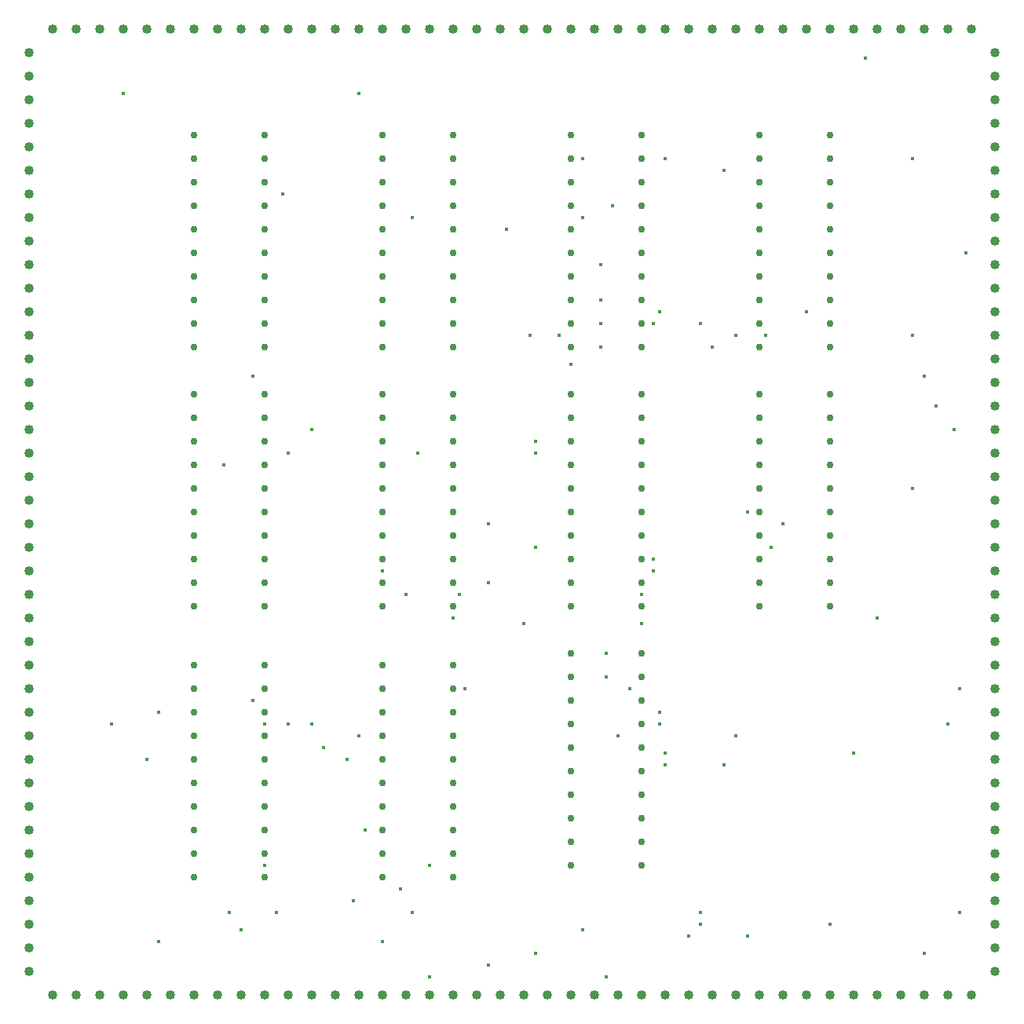
<source format=gbr>
G04 PROTEUS GERBER X2 FILE*
%TF.GenerationSoftware,Labcenter,Proteus,8.13-SP0-Build31525*%
%TF.CreationDate,2022-07-18T16:40:46+00:00*%
%TF.FileFunction,Plated,1,2,PTH*%
%TF.FilePolarity,Positive*%
%TF.Part,Single*%
%TF.SameCoordinates,{e24a2c9c-2edf-4d0d-b778-41e989ec9892}*%
%FSLAX45Y45*%
%MOMM*%
G01*
%TA.AperFunction,ViaDrill*%
%ADD28C,0.381000*%
%TA.AperFunction,ComponentDrill*%
%ADD29C,1.016000*%
%TA.AperFunction,ComponentDrill*%
%ADD72C,0.762000*%
%TD.AperFunction*%
D28*
X-1651000Y-2667000D03*
X-2667000Y-2540000D03*
X-1778000Y-2921000D03*
X-889000Y-4064000D03*
X-2667000Y-4064000D03*
X-2413000Y+381000D03*
X-3111500Y+254000D03*
X-2413000Y-2540000D03*
X-2159000Y+635000D03*
X-2159000Y-2540000D03*
X-2032000Y-2794000D03*
X-3048000Y-4572000D03*
X-1714500Y-4445000D03*
X-1397000Y-4889500D03*
X-3810000Y-4889500D03*
X-1587500Y-3683000D03*
X-1143000Y-1143000D03*
X-1206500Y-4318000D03*
X-3810000Y-2413000D03*
X-4318000Y-2540000D03*
X-3937000Y-2921000D03*
X+762000Y-4762500D03*
X-2921000Y-4762500D03*
X-2794000Y-2286000D03*
X+1016000Y-5270500D03*
X-889000Y-5270500D03*
X+1651000Y+3556000D03*
X+762000Y+3556000D03*
X+190500Y+1651000D03*
X+508000Y+1651000D03*
X-1016000Y+381000D03*
X+254000Y+381000D03*
X+254000Y+508000D03*
X+2540000Y-254000D03*
X-63500Y+2794000D03*
X+127000Y-1460500D03*
X+2794000Y-635000D03*
X+952500Y+2413000D03*
X+952500Y+2032000D03*
X+952500Y+1778000D03*
X+3175000Y+1905000D03*
X+952500Y+1524000D03*
X+3810000Y+4635500D03*
X+4318000Y+0D03*
X+4572000Y+889000D03*
X+1143000Y-2667000D03*
X+2413000Y-2667000D03*
X+1651000Y-2857500D03*
X+3683000Y-2857500D03*
X+3937000Y-1397000D03*
X+1524000Y-762000D03*
X+1524000Y-889000D03*
X-1397000Y-889000D03*
X-254000Y-1016000D03*
X-254000Y-5143500D03*
X-254000Y-381000D03*
X+254000Y-635000D03*
X+254000Y-5016500D03*
X+4445000Y-5016500D03*
X+1587500Y-2540000D03*
X+4699000Y-2540000D03*
X-571500Y-1143000D03*
X+1397000Y-1143000D03*
X-508000Y-2159000D03*
X+1587500Y-2413000D03*
X-635000Y-1397000D03*
X+762000Y+2921000D03*
X-1079500Y+2921000D03*
X+1079500Y+3048000D03*
X+1651000Y-2984500D03*
X+2286000Y-2984500D03*
X+1905000Y-4826000D03*
X+2540000Y-4826000D03*
X+1587500Y+1905000D03*
X+2032000Y+1778000D03*
X+1524000Y+1778000D03*
X-2476500Y+3175000D03*
X+2159000Y+1524000D03*
X+2921000Y-381000D03*
X+3429000Y-4699000D03*
X+2032000Y-4699000D03*
X-1079500Y-4572000D03*
X+2032000Y-4572000D03*
X+1397000Y-1460500D03*
X+2413000Y+1651000D03*
X-1651000Y+4254500D03*
X-4191000Y+4254500D03*
X+1016000Y-2032000D03*
X+1016000Y-1778000D03*
X+4318000Y+1651000D03*
X+4318000Y+3556000D03*
X+4889500Y+2540000D03*
X+2730500Y+1651000D03*
X+2286000Y+3429000D03*
X+4445000Y+1206500D03*
X-2794000Y+1206500D03*
X+4762500Y+635000D03*
X+635000Y+1333500D03*
X+4826000Y-4572000D03*
X-2540000Y-4572000D03*
X+4826000Y-2159000D03*
X+1270000Y-2159000D03*
D29*
X-2921000Y+4953000D03*
X-2667000Y+4953000D03*
X-2413000Y+4953000D03*
X-2159000Y+4953000D03*
X-1905000Y+4953000D03*
X-1651000Y+4953000D03*
X-1397000Y+4953000D03*
X-1143000Y+4953000D03*
X-889000Y+4953000D03*
X-635000Y+4953000D03*
X-381000Y+4953000D03*
X-127000Y+4953000D03*
X+127000Y+4953000D03*
X+381000Y+4953000D03*
X+635000Y+4953000D03*
X+889000Y+4953000D03*
X+1143000Y+4953000D03*
X+1397000Y+4953000D03*
X+1651000Y+4953000D03*
X+1905000Y+4953000D03*
X+2159000Y+4953000D03*
X+2413000Y+4953000D03*
X+2667000Y+4953000D03*
X+2921000Y+4953000D03*
X+3175000Y+4953000D03*
X+3429000Y+4953000D03*
X+3683000Y+4953000D03*
X+3937000Y+4953000D03*
X+4191000Y+4953000D03*
X+4445000Y+4953000D03*
X+4699000Y+4953000D03*
X+4953000Y+4953000D03*
X-4953000Y+4953000D03*
X-4699000Y+4953000D03*
X-4445000Y+4953000D03*
X-4191000Y+4953000D03*
X-3937000Y+4953000D03*
X-3683000Y+4953000D03*
X-3429000Y+4953000D03*
X-3175000Y+4953000D03*
X-4953000Y-5461000D03*
X-4699000Y-5461000D03*
X-4445000Y-5461000D03*
X-4191000Y-5461000D03*
X-3937000Y-5461000D03*
X-3683000Y-5461000D03*
X-3429000Y-5461000D03*
X-3175000Y-5461000D03*
X-2921000Y-5461000D03*
X-2667000Y-5461000D03*
X-2413000Y-5461000D03*
X-2159000Y-5461000D03*
X-1905000Y-5461000D03*
X-1651000Y-5461000D03*
X-1397000Y-5461000D03*
X-1143000Y-5461000D03*
X-889000Y-5461000D03*
X-635000Y-5461000D03*
X-381000Y-5461000D03*
X-127000Y-5461000D03*
X+127000Y-5461000D03*
X+381000Y-5461000D03*
X+635000Y-5461000D03*
X+889000Y-5461000D03*
X+1143000Y-5461000D03*
X+1397000Y-5461000D03*
X+1651000Y-5461000D03*
X+1905000Y-5461000D03*
X+2159000Y-5461000D03*
X+2413000Y-5461000D03*
X+2667000Y-5461000D03*
X+2921000Y-5461000D03*
X+3175000Y-5461000D03*
X+3429000Y-5461000D03*
X+3683000Y-5461000D03*
X+3937000Y-5461000D03*
X+4191000Y-5461000D03*
X+4445000Y-5461000D03*
X+4699000Y-5461000D03*
X+4953000Y-5461000D03*
X-5207000Y+4699000D03*
X-5207000Y+4445000D03*
X-5207000Y+4191000D03*
X-5207000Y+3937000D03*
X-5207000Y+3683000D03*
X-5207000Y+3429000D03*
X-5207000Y+3175000D03*
X-5207000Y+2921000D03*
X-5207000Y+2667000D03*
X-5207000Y+2413000D03*
X-5207000Y+2159000D03*
X-5207000Y+1905000D03*
X-5207000Y+1651000D03*
X-5207000Y+1397000D03*
X-5207000Y+1143000D03*
X-5207000Y+889000D03*
X-5207000Y+635000D03*
X-5207000Y+381000D03*
X-5207000Y+127000D03*
X-5207000Y-127000D03*
X-5207000Y-381000D03*
X-5207000Y-635000D03*
X-5207000Y-889000D03*
X-5207000Y-1143000D03*
X-5207000Y-1397000D03*
X-5207000Y-1651000D03*
X-5207000Y-1905000D03*
X-5207000Y-2159000D03*
X-5207000Y-2413000D03*
X-5207000Y-2667000D03*
X-5207000Y-2921000D03*
X-5207000Y-3175000D03*
X-5207000Y-3429000D03*
X-5207000Y-3683000D03*
X-5207000Y-3937000D03*
X-5207000Y-4191000D03*
X-5207000Y-4445000D03*
X-5207000Y-4699000D03*
X-5207000Y-4953000D03*
X-5207000Y-5207000D03*
X+5207000Y+4699000D03*
X+5207000Y+4445000D03*
X+5207000Y+4191000D03*
X+5207000Y+3937000D03*
X+5207000Y+3683000D03*
X+5207000Y+3429000D03*
X+5207000Y+3175000D03*
X+5207000Y+2921000D03*
X+5207000Y+2667000D03*
X+5207000Y+2413000D03*
X+5207000Y+2159000D03*
X+5207000Y+1905000D03*
X+5207000Y+1651000D03*
X+5207000Y+1397000D03*
X+5207000Y+1143000D03*
X+5207000Y+889000D03*
X+5207000Y+635000D03*
X+5207000Y+381000D03*
X+5207000Y+127000D03*
X+5207000Y-127000D03*
X+5207000Y-381000D03*
X+5207000Y-635000D03*
X+5207000Y-889000D03*
X+5207000Y-1143000D03*
X+5207000Y-1397000D03*
X+5207000Y-1651000D03*
X+5207000Y-1905000D03*
X+5207000Y-2159000D03*
X+5207000Y-2413000D03*
X+5207000Y-2667000D03*
X+5207000Y-2921000D03*
X+5207000Y-3175000D03*
X+5207000Y-3429000D03*
X+5207000Y-3683000D03*
X+5207000Y-3937000D03*
X+5207000Y-4191000D03*
X+5207000Y-4445000D03*
X+5207000Y-4699000D03*
X+5207000Y-4953000D03*
X+5207000Y-5207000D03*
D72*
X-3429000Y+3810000D03*
X-3429000Y+3556000D03*
X-3429000Y+3302000D03*
X-3429000Y+3048000D03*
X-3429000Y+2794000D03*
X-3429000Y+2540000D03*
X-3429000Y+2286000D03*
X-3429000Y+2032000D03*
X-3429000Y+1778000D03*
X-3429000Y+1524000D03*
X-2667000Y+1524000D03*
X-2667000Y+1778000D03*
X-2667000Y+2032000D03*
X-2667000Y+2286000D03*
X-2667000Y+2540000D03*
X-2667000Y+2794000D03*
X-2667000Y+3048000D03*
X-2667000Y+3302000D03*
X-2667000Y+3556000D03*
X-2667000Y+3810000D03*
X-3429000Y+1016000D03*
X-3429000Y+762000D03*
X-3429000Y+508000D03*
X-3429000Y+254000D03*
X-3429000Y+0D03*
X-3429000Y-254000D03*
X-3429000Y-508000D03*
X-3429000Y-762000D03*
X-3429000Y-1016000D03*
X-3429000Y-1270000D03*
X-2667000Y-1270000D03*
X-2667000Y-1016000D03*
X-2667000Y-762000D03*
X-2667000Y-508000D03*
X-2667000Y-254000D03*
X-2667000Y+0D03*
X-2667000Y+254000D03*
X-2667000Y+508000D03*
X-2667000Y+762000D03*
X-2667000Y+1016000D03*
X-1397000Y+3810000D03*
X-1397000Y+3556000D03*
X-1397000Y+3302000D03*
X-1397000Y+3048000D03*
X-1397000Y+2794000D03*
X-1397000Y+2540000D03*
X-1397000Y+2286000D03*
X-1397000Y+2032000D03*
X-1397000Y+1778000D03*
X-1397000Y+1524000D03*
X-635000Y+1524000D03*
X-635000Y+1778000D03*
X-635000Y+2032000D03*
X-635000Y+2286000D03*
X-635000Y+2540000D03*
X-635000Y+2794000D03*
X-635000Y+3048000D03*
X-635000Y+3302000D03*
X-635000Y+3556000D03*
X-635000Y+3810000D03*
X-1397000Y+1016000D03*
X-1397000Y+762000D03*
X-1397000Y+508000D03*
X-1397000Y+254000D03*
X-1397000Y+0D03*
X-1397000Y-254000D03*
X-1397000Y-508000D03*
X-1397000Y-762000D03*
X-1397000Y-1016000D03*
X-1397000Y-1270000D03*
X-635000Y-1270000D03*
X-635000Y-1016000D03*
X-635000Y-762000D03*
X-635000Y-508000D03*
X-635000Y-254000D03*
X-635000Y+0D03*
X-635000Y+254000D03*
X-635000Y+508000D03*
X-635000Y+762000D03*
X-635000Y+1016000D03*
X+635000Y+3810000D03*
X+635000Y+3556000D03*
X+635000Y+3302000D03*
X+635000Y+3048000D03*
X+635000Y+2794000D03*
X+635000Y+2540000D03*
X+635000Y+2286000D03*
X+635000Y+2032000D03*
X+635000Y+1778000D03*
X+635000Y+1524000D03*
X+1397000Y+1524000D03*
X+1397000Y+1778000D03*
X+1397000Y+2032000D03*
X+1397000Y+2286000D03*
X+1397000Y+2540000D03*
X+1397000Y+2794000D03*
X+1397000Y+3048000D03*
X+1397000Y+3302000D03*
X+1397000Y+3556000D03*
X+1397000Y+3810000D03*
X+635000Y+1016000D03*
X+635000Y+762000D03*
X+635000Y+508000D03*
X+635000Y+254000D03*
X+635000Y+0D03*
X+635000Y-254000D03*
X+635000Y-508000D03*
X+635000Y-762000D03*
X+635000Y-1016000D03*
X+635000Y-1270000D03*
X+1397000Y-1270000D03*
X+1397000Y-1016000D03*
X+1397000Y-762000D03*
X+1397000Y-508000D03*
X+1397000Y-254000D03*
X+1397000Y+0D03*
X+1397000Y+254000D03*
X+1397000Y+508000D03*
X+1397000Y+762000D03*
X+1397000Y+1016000D03*
X-3429000Y-1905000D03*
X-3429000Y-2159000D03*
X-3429000Y-2413000D03*
X-3429000Y-2667000D03*
X-3429000Y-2921000D03*
X-3429000Y-3175000D03*
X-3429000Y-3429000D03*
X-3429000Y-3683000D03*
X-3429000Y-3937000D03*
X-3429000Y-4191000D03*
X-2667000Y-4191000D03*
X-2667000Y-3937000D03*
X-2667000Y-3683000D03*
X-2667000Y-3429000D03*
X-2667000Y-3175000D03*
X-2667000Y-2921000D03*
X-2667000Y-2667000D03*
X-2667000Y-2413000D03*
X-2667000Y-2159000D03*
X-2667000Y-1905000D03*
X+635000Y-1778000D03*
X+635000Y-2032000D03*
X+635000Y-2286000D03*
X+635000Y-2540000D03*
X+635000Y-2794000D03*
X+635000Y-3048000D03*
X+635000Y-3302000D03*
X+635000Y-3556000D03*
X+635000Y-3810000D03*
X+635000Y-4064000D03*
X+1397000Y-4064000D03*
X+1397000Y-3810000D03*
X+1397000Y-3556000D03*
X+1397000Y-3302000D03*
X+1397000Y-3048000D03*
X+1397000Y-2794000D03*
X+1397000Y-2540000D03*
X+1397000Y-2286000D03*
X+1397000Y-2032000D03*
X+1397000Y-1778000D03*
X-1397000Y-1905000D03*
X-1397000Y-2159000D03*
X-1397000Y-2413000D03*
X-1397000Y-2667000D03*
X-1397000Y-2921000D03*
X-1397000Y-3175000D03*
X-1397000Y-3429000D03*
X-1397000Y-3683000D03*
X-1397000Y-3937000D03*
X-1397000Y-4191000D03*
X-635000Y-4191000D03*
X-635000Y-3937000D03*
X-635000Y-3683000D03*
X-635000Y-3429000D03*
X-635000Y-3175000D03*
X-635000Y-2921000D03*
X-635000Y-2667000D03*
X-635000Y-2413000D03*
X-635000Y-2159000D03*
X-635000Y-1905000D03*
X+2667000Y+3810000D03*
X+2667000Y+3556000D03*
X+2667000Y+3302000D03*
X+2667000Y+3048000D03*
X+2667000Y+2794000D03*
X+2667000Y+2540000D03*
X+2667000Y+2286000D03*
X+2667000Y+2032000D03*
X+2667000Y+1778000D03*
X+2667000Y+1524000D03*
X+3429000Y+1524000D03*
X+3429000Y+1778000D03*
X+3429000Y+2032000D03*
X+3429000Y+2286000D03*
X+3429000Y+2540000D03*
X+3429000Y+2794000D03*
X+3429000Y+3048000D03*
X+3429000Y+3302000D03*
X+3429000Y+3556000D03*
X+3429000Y+3810000D03*
X+2667000Y+1016000D03*
X+2667000Y+762000D03*
X+2667000Y+508000D03*
X+2667000Y+254000D03*
X+2667000Y+0D03*
X+2667000Y-254000D03*
X+2667000Y-508000D03*
X+2667000Y-762000D03*
X+2667000Y-1016000D03*
X+2667000Y-1270000D03*
X+3429000Y-1270000D03*
X+3429000Y-1016000D03*
X+3429000Y-762000D03*
X+3429000Y-508000D03*
X+3429000Y-254000D03*
X+3429000Y+0D03*
X+3429000Y+254000D03*
X+3429000Y+508000D03*
X+3429000Y+762000D03*
X+3429000Y+1016000D03*
M02*

</source>
